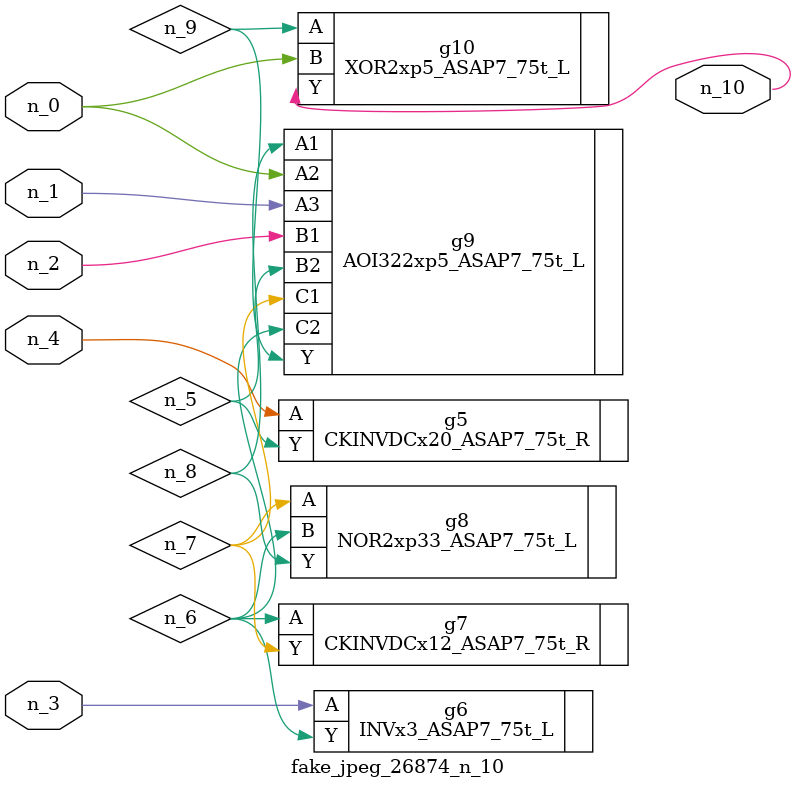
<source format=v>
module fake_jpeg_26874_n_10 (n_3, n_2, n_1, n_0, n_4, n_10);

input n_3;
input n_2;
input n_1;
input n_0;
input n_4;

output n_10;

wire n_8;
wire n_9;
wire n_6;
wire n_5;
wire n_7;

CKINVDCx20_ASAP7_75t_R g5 ( 
.A(n_4),
.Y(n_5)
);

INVx3_ASAP7_75t_L g6 ( 
.A(n_3),
.Y(n_6)
);

CKINVDCx12_ASAP7_75t_R g7 ( 
.A(n_6),
.Y(n_7)
);

NOR2xp33_ASAP7_75t_L g8 ( 
.A(n_7),
.B(n_6),
.Y(n_8)
);

AOI322xp5_ASAP7_75t_L g9 ( 
.A1(n_8),
.A2(n_0),
.A3(n_1),
.B1(n_2),
.B2(n_5),
.C1(n_7),
.C2(n_6),
.Y(n_9)
);

XOR2xp5_ASAP7_75t_L g10 ( 
.A(n_9),
.B(n_0),
.Y(n_10)
);


endmodule
</source>
